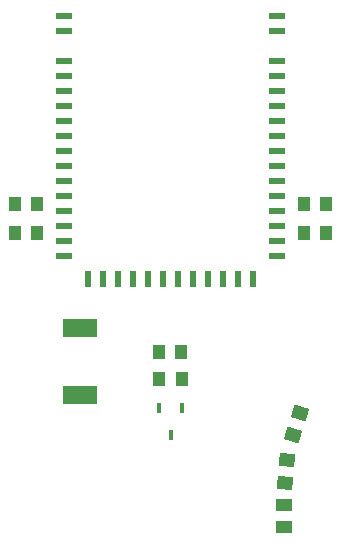
<source format=gbr>
G04 DipTrace 3.2.0.1*
G04 Âåðõíÿÿï.ìàñêà.gbr*
%MOMM*%
G04 #@! TF.FileFunction,Paste,Top*
G04 #@! TF.Part,Single*
%AMOUTLINE2*
4,1,4,
0.46188,-0.7153,
-0.7819,-0.33712,
-0.46188,0.7153,
0.7819,0.33712,
0.46188,-0.7153,
0*%
%AMOUTLINE5*
4,1,4,
0.60463,-0.59953,
-0.69133,-0.49703,
-0.60463,0.59953,
0.69133,0.49703,
0.60463,-0.59953,
0*%
%AMOUTLINE8*
4,1,4,
0.65012,-0.54985,
-0.64992,-0.55011,
-0.65012,0.54985,
0.64992,0.55011,
0.65012,-0.54985,
0*%
%ADD44R,1.4X0.55*%
%ADD46R,0.55X1.4*%
%ADD48R,3.0X1.6*%
%ADD52R,0.45X0.85*%
%ADD54R,1.1X1.3*%
%ADD57OUTLINE2*%
%ADD60OUTLINE5*%
%ADD63OUTLINE8*%
%FSLAX35Y35*%
G04*
G71*
G90*
G75*
G01*
G04 TopPaste*
%LPD*%
D54*
X1130000Y-440000D3*
X1320000D3*
D52*
X94823Y-2170360D3*
X-95177D3*
X-177Y-2400360D3*
D54*
X-1320000Y-440000D3*
X-1130000D3*
X-1320000Y-684000D3*
X-1130000D3*
X1320000D3*
X1130000D3*
X-94610Y-1923610D3*
X95390D3*
D57*
X1039003Y-2396573D3*
X1094277Y-2214787D3*
D60*
X969700Y-2801313D3*
X984680Y-2611900D3*
D63*
X963573Y-3180773D3*
X963533Y-2990773D3*
D48*
X-767500Y-1495370D3*
Y-2055370D3*
D46*
X-63500Y-1080000D3*
X63500D3*
X-190500D3*
X-317500D3*
X-444500D3*
X-571500D3*
X-698500D3*
X190500D3*
X317500D3*
X444500D3*
X571500D3*
X698500D3*
D44*
X-900000Y-880500D3*
Y-753500D3*
X900000Y-880500D3*
X-900000Y-626500D3*
Y-499500D3*
Y-372500D3*
Y-245500D3*
Y-118500D3*
Y8500D3*
Y135500D3*
Y262500D3*
Y389500D3*
Y516500D3*
Y643500D3*
Y770500D3*
X900000Y-753500D3*
Y-626500D3*
Y-499500D3*
Y-372500D3*
Y-245500D3*
Y-118500D3*
Y8500D3*
Y135500D3*
Y262500D3*
Y389500D3*
Y516500D3*
Y643500D3*
Y770500D3*
X-900000Y1024500D3*
Y1151500D3*
X900000Y1024500D3*
Y1151500D3*
D54*
X-97873Y-1693497D3*
X92127D3*
M02*

</source>
